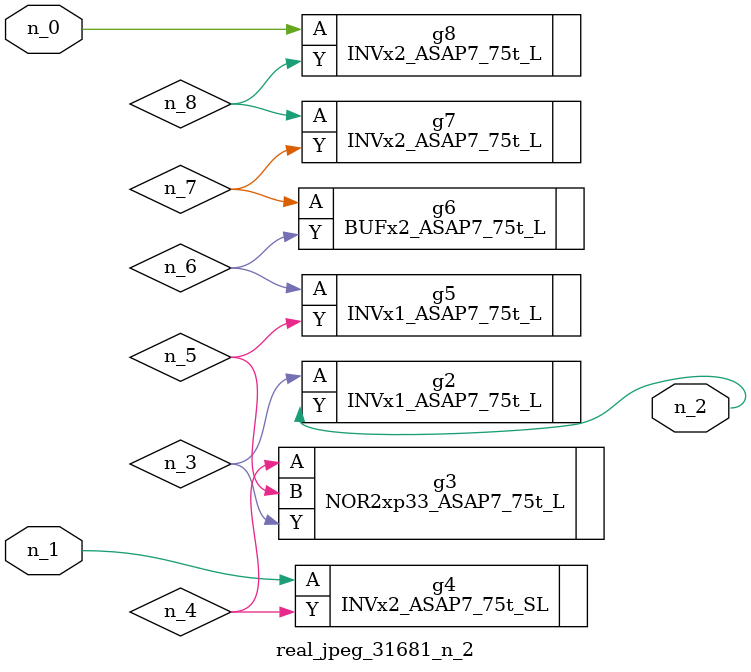
<source format=v>
module real_jpeg_31681_n_2 (n_1, n_0, n_2);

input n_1;
input n_0;

output n_2;

wire n_5;
wire n_4;
wire n_8;
wire n_6;
wire n_7;
wire n_3;

INVx2_ASAP7_75t_L g8 ( 
.A(n_0),
.Y(n_8)
);

INVx2_ASAP7_75t_SL g4 ( 
.A(n_1),
.Y(n_4)
);

INVx1_ASAP7_75t_L g2 ( 
.A(n_3),
.Y(n_2)
);

NOR2xp33_ASAP7_75t_L g3 ( 
.A(n_4),
.B(n_5),
.Y(n_3)
);

INVx1_ASAP7_75t_L g5 ( 
.A(n_6),
.Y(n_5)
);

BUFx2_ASAP7_75t_L g6 ( 
.A(n_7),
.Y(n_6)
);

INVx2_ASAP7_75t_L g7 ( 
.A(n_8),
.Y(n_7)
);


endmodule
</source>
